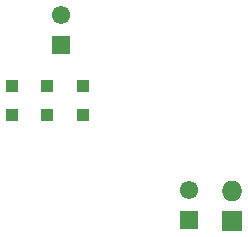
<source format=gbs>
G04 #@! TF.GenerationSoftware,KiCad,Pcbnew,(5.0.0)*
G04 #@! TF.CreationDate,2019-04-04T15:00:13-04:00*
G04 #@! TF.ProjectId,motion_ppg,6D6F74696F6E5F7070672E6B69636164,rev?*
G04 #@! TF.SameCoordinates,Original*
G04 #@! TF.FileFunction,Soldermask,Bot*
G04 #@! TF.FilePolarity,Negative*
%FSLAX46Y46*%
G04 Gerber Fmt 4.6, Leading zero omitted, Abs format (unit mm)*
G04 Created by KiCad (PCBNEW (5.0.0)) date 04/04/19 15:00:13*
%MOMM*%
%LPD*%
G01*
G04 APERTURE LIST*
%ADD10R,1.730000X1.730000*%
%ADD11O,1.730000X1.730000*%
%ADD12R,1.554000X1.554000*%
%ADD13C,1.554000*%
%ADD14R,1.030000X1.030000*%
G04 APERTURE END LIST*
D10*
G04 #@! TO.C,P3*
X295990000Y-144510000D03*
D11*
X295990000Y-141970000D03*
G04 #@! TD*
D12*
G04 #@! TO.C,P2*
X281500000Y-129560000D03*
D13*
X281500000Y-127020000D03*
G04 #@! TD*
D12*
G04 #@! TO.C,P1*
X292380000Y-144450000D03*
D13*
X292380000Y-141910000D03*
G04 #@! TD*
D14*
G04 #@! TO.C,IC1*
X283390000Y-135550000D03*
X280390000Y-135550000D03*
X277390000Y-135550000D03*
X277390000Y-133050000D03*
X280390000Y-133050000D03*
X283390000Y-133050000D03*
G04 #@! TD*
M02*

</source>
